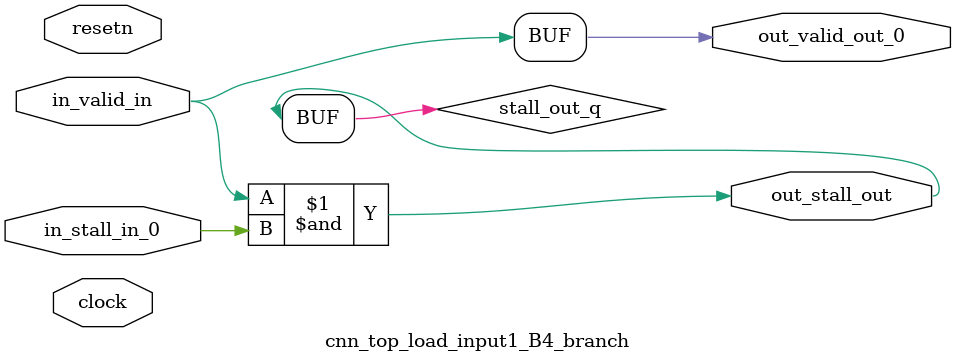
<source format=sv>



(* altera_attribute = "-name AUTO_SHIFT_REGISTER_RECOGNITION OFF; -name MESSAGE_DISABLE 10036; -name MESSAGE_DISABLE 10037; -name MESSAGE_DISABLE 14130; -name MESSAGE_DISABLE 14320; -name MESSAGE_DISABLE 15400; -name MESSAGE_DISABLE 14130; -name MESSAGE_DISABLE 10036; -name MESSAGE_DISABLE 12020; -name MESSAGE_DISABLE 12030; -name MESSAGE_DISABLE 12010; -name MESSAGE_DISABLE 12110; -name MESSAGE_DISABLE 14320; -name MESSAGE_DISABLE 13410; -name MESSAGE_DISABLE 113007; -name MESSAGE_DISABLE 10958" *)
module cnn_top_load_input1_B4_branch (
    input wire [0:0] in_stall_in_0,
    input wire [0:0] in_valid_in,
    output wire [0:0] out_stall_out,
    output wire [0:0] out_valid_out_0,
    input wire clock,
    input wire resetn
    );

    wire [0:0] stall_out_q;


    // stall_out(LOGICAL,6)
    assign stall_out_q = in_valid_in & in_stall_in_0;

    // out_stall_out(GPOUT,4)
    assign out_stall_out = stall_out_q;

    // out_valid_out_0(GPOUT,5)
    assign out_valid_out_0 = in_valid_in;

endmodule

</source>
